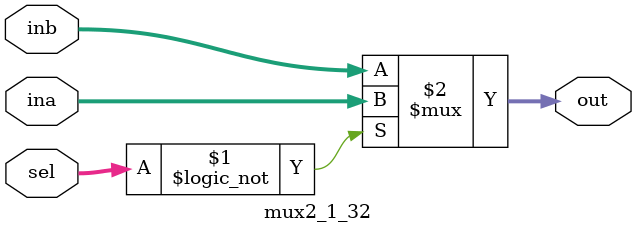
<source format=v>
`timescale 1ns / 1ps


module mux2_1_32(input [31:0] ina, inb,
              input [31:0] sel,
              output [31:0] out);
  
  assign out=(sel==32'b0) ? ina : inb;

endmodule

</source>
